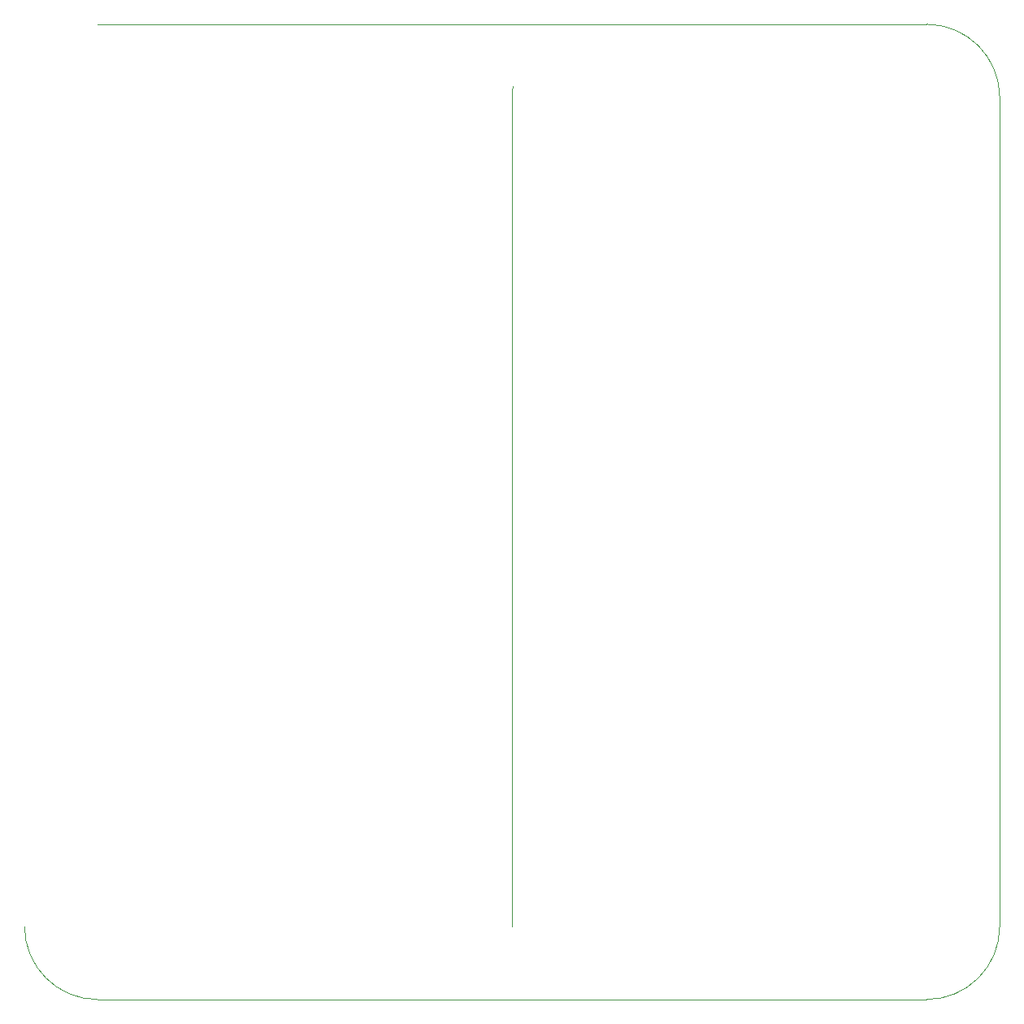
<source format=gbr>
%TF.GenerationSoftware,Altium Limited,Altium Designer,23.9.2 (47)*%
G04 Layer_Color=0*
%FSLAX45Y45*%
%MOMM*%
%TF.SameCoordinates,0BEFCB04-381F-44A6-839B-04312DFDC744*%
%TF.FilePolarity,Positive*%
%TF.FileFunction,Profile,NP*%
%TF.Part,Single*%
G01*
G75*
%TA.AperFunction,Profile*%
%ADD14C,0.02540*%
D14*
Y-4318000D02*
Y4318000D01*
D02*
G02*
X-4318000Y5080000I762000J0D01*
G01*
X4318000D01*
D02*
G02*
X5080000Y4318000I0J-762000D01*
G01*
Y-4318000D01*
D02*
G02*
X4318000Y-5080000I-762000J0D01*
G01*
X-4318000D01*
D02*
G02*
X-5080000Y-4318000I0J762000D01*
G01*
%TF.MD5,3c8ed2e8ea645ab9657a82704363d10f*%
M02*

</source>
